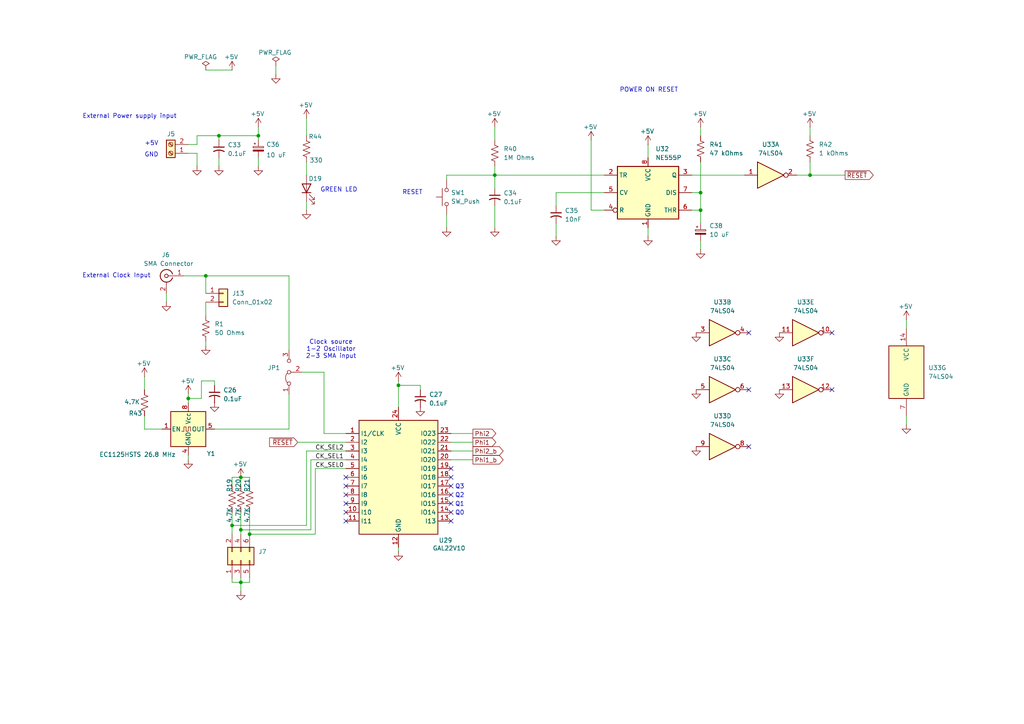
<source format=kicad_sch>
(kicad_sch (version 20250114) (generator "eeschema") (generator_version "9.0")
  (paper "A4")
  (title_block (title "MyCPU") (date "2025-06-23") (company "Sylvain Fortin"))
  (lib_symbols
    (symbol "74xx:74LS04"
      (property "Reference" "U" (at 0 1.27 0))
      (property "Value" "74LS04" (at 0 -1.27 0))
      (symbol "74LS04_1_0"
        (polyline (pts (xy -3.81 3.81) (xy -3.81 -3.81) (xy 3.81 0) (xy -3.81 3.81)) (stroke (width 0.254)) (fill (type background)))
        (pin input line (at -7.62 0 0) (length 3.81) (name "~") (number "1"))
        (pin output inverted (at 7.62 0 180) (length 3.81) (name "~") (number "2"))
      )
      (symbol "74LS04_2_0"
        (polyline (pts (xy -3.81 3.81) (xy -3.81 -3.81) (xy 3.81 0) (xy -3.81 3.81)) (stroke (width 0.254)) (fill (type background)))
        (pin input line (at -7.62 0 0) (length 3.81) (name "~") (number "3"))
        (pin output inverted (at 7.62 0 180) (length 3.81) (name "~") (number "4"))
      )
      (symbol "74LS04_3_0"
        (polyline (pts (xy -3.81 3.81) (xy -3.81 -3.81) (xy 3.81 0) (xy -3.81 3.81)) (stroke (width 0.254)) (fill (type background)))
        (pin input line (at -7.62 0 0) (length 3.81) (name "~") (number "5"))
        (pin output inverted (at 7.62 0 180) (length 3.81) (name "~") (number "6"))
      )
      (symbol "74LS04_4_0"
        (polyline (pts (xy -3.81 3.81) (xy -3.81 -3.81) (xy 3.81 0) (xy -3.81 3.81)) (stroke (width 0.254)) (fill (type background)))
        (pin input line (at -7.62 0 0) (length 3.81) (name "~") (number "9"))
        (pin output inverted (at 7.62 0 180) (length 3.81) (name "~") (number "8"))
      )
      (symbol "74LS04_5_0"
        (polyline (pts (xy -3.81 3.81) (xy -3.81 -3.81) (xy 3.81 0) (xy -3.81 3.81)) (stroke (width 0.254)) (fill (type background)))
        (pin input line (at -7.62 0 0) (length 3.81) (name "~") (number "11"))
        (pin output inverted (at 7.62 0 180) (length 3.81) (name "~") (number "10"))
      )
      (symbol "74LS04_6_0"
        (polyline (pts (xy -3.81 3.81) (xy -3.81 -3.81) (xy 3.81 0) (xy -3.81 3.81)) (stroke (width 0.254)) (fill (type background)))
        (pin input line (at -7.62 0 0) (length 3.81) (name "~") (number "13"))
        (pin output inverted (at 7.62 0 180) (length 3.81) (name "~") (number "12"))
      )
      (symbol "74LS04_7_0"
        (pin power_in line (at 0 12.7 270) (length 5.08) (name "VCC") (number "14"))
        (pin power_in line (at 0 -12.7 90) (length 5.08) (name "GND") (number "7"))
      )
      (symbol "74LS04_7_1"
        (rectangle (start -5.08 7.62) (end 5.08 -7.62) (stroke (width 0.254)) (fill (type background)))
      )
    )
    (symbol "Connector:Conn_Coaxial" (pin_names (offset 1.016) (hide yes))
      (property "Reference" "J" (at 0.254 3.048 0))
      (property "Value" "Conn_Coaxial" (at 2.921 0 90))
      (symbol "Conn_Coaxial_0_1"
        (polyline (pts (xy -2.54 0) (xy -0.508 0)))
        (arc (start 1.778 0) (mid 0.222 -1.8079) (end -1.778 -0.508) (stroke (width 0.254)))
        (arc (start -1.778 0.508) (mid 0.2221 1.8084) (end 1.778 0) (stroke (width 0.254)))
        (circle (center 0 0) (radius 0.508) (stroke (width 0.2032)))
        (polyline (pts (xy 0 -2.54) (xy 0 -1.778)))
      )
      (symbol "Conn_Coaxial_1_1"
        (pin passive line (at -5.08 0 0) (length 2.54) (name "In") (number "1"))
        (pin passive line (at 0 -5.08 90) (length 2.54) (name "Ext") (number "2"))
      )
    )
    (symbol "Connector:Screw_Terminal_01x02" (pin_names (offset 1.016) (hide yes))
      (property "Reference" "J" (at 0 2.54 0))
      (property "Value" "Screw_Terminal_01x02" (at 0 -5.08 0))
      (symbol "Screw_Terminal_01x02_1_1"
        (rectangle (start -1.27 1.27) (end 1.27 -3.81) (stroke (width 0.254)) (fill (type background)))
        (polyline (pts (xy -0.5334 0.3302) (xy 0.3302 -0.508)) (stroke (width 0.1524)))
        (polyline (pts (xy -0.5334 -2.2098) (xy 0.3302 -3.048)) (stroke (width 0.1524)))
        (polyline (pts (xy -0.3556 0.508) (xy 0.508 -0.3302)) (stroke (width 0.1524)))
        (polyline (pts (xy -0.3556 -2.032) (xy 0.508 -2.8702)) (stroke (width 0.1524)))
        (circle (center 0 0) (radius 0.635) (stroke (width 0.1524)))
        (circle (center 0 -2.54) (radius 0.635) (stroke (width 0.1524)))
        (pin passive line (at -5.08 0 0) (length 3.81) (name "Pin_1") (number "1"))
        (pin passive line (at -5.08 -2.54 0) (length 3.81) (name "Pin_2") (number "2"))
      )
    )
    (symbol "Connector_Generic:Conn_01x02" (pin_names (offset 1.016) (hide yes))
      (property "Reference" "J" (at 0 2.54 0))
      (property "Value" "Conn_01x02" (at 0 -5.08 0))
      (symbol "Conn_01x02_1_1"
        (rectangle (start -1.27 1.27) (end 1.27 -3.81) (stroke (width 0.254)) (fill (type background)))
        (rectangle (start -1.27 0.127) (end 0 -0.127) (stroke (width 0.1524)))
        (rectangle (start -1.27 -2.413) (end 0 -2.667) (stroke (width 0.1524)))
        (pin passive line (at -5.08 0 0) (length 3.81) (name "Pin_1") (number "1"))
        (pin passive line (at -5.08 -2.54 0) (length 3.81) (name "Pin_2") (number "2"))
      )
    )
    (symbol "Connector_Generic:Conn_02x03_Odd_Even" (pin_names (offset 1.016) (hide yes))
      (property "Reference" "J" (at 1.27 5.08 0))
      (property "Value" "Conn_02x03_Odd_Even" (at 1.27 -5.08 0))
      (symbol "Conn_02x03_Odd_Even_1_1"
        (rectangle (start -1.27 3.81) (end 3.81 -3.81) (stroke (width 0.254)) (fill (type background)))
        (rectangle (start -1.27 2.667) (end 0 2.413) (stroke (width 0.1524)))
        (rectangle (start -1.27 0.127) (end 0 -0.127) (stroke (width 0.1524)))
        (rectangle (start -1.27 -2.413) (end 0 -2.667) (stroke (width 0.1524)))
        (rectangle (start 3.81 2.667) (end 2.54 2.413) (stroke (width 0.1524)))
        (rectangle (start 3.81 0.127) (end 2.54 -0.127) (stroke (width 0.1524)))
        (rectangle (start 3.81 -2.413) (end 2.54 -2.667) (stroke (width 0.1524)))
        (pin passive line (at -5.08 2.54 0) (length 3.81) (name "Pin_1") (number "1"))
        (pin passive line (at -5.08 0 0) (length 3.81) (name "Pin_3") (number "3"))
        (pin passive line (at -5.08 -2.54 0) (length 3.81) (name "Pin_5") (number "5"))
        (pin passive line (at 7.62 2.54 180) (length 3.81) (name "Pin_2") (number "2"))
        (pin passive line (at 7.62 0 180) (length 3.81) (name "Pin_4") (number "4"))
        (pin passive line (at 7.62 -2.54 180) (length 3.81) (name "Pin_6") (number "6"))
      )
    )
    (symbol "Device:C_Polarized_Small" (pin_numbers (hide yes)) (pin_names (offset 0.254) (hide yes))
      (property "Reference" "C" (at 0.254 1.778 0))
      (property "Value" "C_Polarized_Small" (at 0.254 -2.032 0))
      (symbol "C_Polarized_Small_0_1"
        (rectangle (start -1.524 0.6858) (end 1.524 0.3048))
        (rectangle (start -1.524 -0.3048) (end 1.524 -0.6858) (fill (type outline)))
        (polyline (pts (xy -1.27 1.524) (xy -0.762 1.524)))
        (polyline (pts (xy -1.016 1.27) (xy -1.016 1.778)))
      )
      (symbol "C_Polarized_Small_1_1"
        (pin passive line (at 0 2.54 270) (length 1.8542) (name "~") (number "1"))
        (pin passive line (at 0 -2.54 90) (length 1.8542) (name "~") (number "2"))
      )
    )
    (symbol "Device:C_Small_US" (pin_numbers (hide yes)) (pin_names (offset 0.254) (hide yes))
      (property "Reference" "C" (at 0.254 1.778 0))
      (property "Value" "C_Small_US" (at 0.254 -2.032 0))
      (symbol "C_Small_US_0_1"
        (polyline (pts (xy -1.524 0.508) (xy 1.524 0.508)) (stroke (width 0.3048)))
        (arc (start -1.524 -0.762) (mid 0 -0.3734) (end 1.524 -0.762) (stroke (width 0.3048)))
      )
      (symbol "C_Small_US_1_1"
        (pin passive line (at 0 2.54 270) (length 2.032) (name "~") (number "1"))
        (pin passive line (at 0 -2.54 90) (length 2.032) (name "~") (number "2"))
      )
    )
    (symbol "Device:LED" (pin_numbers (hide yes)) (pin_names (offset 1.016) (hide yes))
      (property "Reference" "D" (at 0 2.54 0))
      (property "Value" "LED" (at 0 -2.54 0))
      (symbol "LED_0_1"
        (polyline (pts (xy -3.048 -0.762) (xy -4.572 -2.286) (xy -3.81 -2.286) (xy -4.572 -2.286) (xy -4.572 -1.524)))
        (polyline (pts (xy -1.778 -0.762) (xy -3.302 -2.286) (xy -2.54 -2.286) (xy -3.302 -2.286) (xy -3.302 -1.524)))
        (polyline (pts (xy -1.27 0) (xy 1.27 0)))
        (polyline (pts (xy -1.27 -1.27) (xy -1.27 1.27)) (stroke (width 0.254)))
        (polyline (pts (xy 1.27 -1.27) (xy 1.27 1.27) (xy -1.27 0) (xy 1.27 -1.27)) (stroke (width 0.254)))
      )
      (symbol "LED_1_1"
        (pin passive line (at -3.81 0 0) (length 2.54) (name "K") (number "1"))
        (pin passive line (at 3.81 0 180) (length 2.54) (name "A") (number "2"))
      )
    )
    (symbol "Device:R_US" (pin_numbers (hide yes)) (pin_names (offset 0))
      (property "Reference" "R" (at 2.54 0 90))
      (property "Value" "R_US" (at -2.54 0 90))
      (symbol "R_US_0_1"
        (polyline (pts (xy 0 2.286) (xy 0 2.54)))
        (polyline (pts (xy 0 2.286) (xy 1.016 1.905) (xy 0 1.524) (xy -1.016 1.143) (xy 0 0.762)))
        (polyline (pts (xy 0 0.762) (xy 1.016 0.381) (xy 0 0) (xy -1.016 -0.381) (xy 0 -0.762)))
        (polyline (pts (xy 0 -0.762) (xy 1.016 -1.143) (xy 0 -1.524) (xy -1.016 -1.905) (xy 0 -2.286)))
        (polyline (pts (xy 0 -2.286) (xy 0 -2.54)))
      )
      (symbol "R_US_1_1"
        (pin passive line (at 0 3.81 270) (length 1.27) (name "~") (number "1"))
        (pin passive line (at 0 -3.81 90) (length 1.27) (name "~") (number "2"))
      )
    )
    (symbol "Jumper:Jumper_3_Bridged12" (pin_names (offset 0) (hide yes)) (in_bom no)
      (property "Reference" "JP" (at -2.54 -2.54 0))
      (property "Value" "Jumper_3_Bridged12" (at 0 2.794 0))
      (symbol "Jumper_3_Bridged12_0_0"
        (circle (center -3.302 0) (radius 0.508))
        (circle (center 0 0) (radius 0.508))
        (circle (center 3.302 0) (radius 0.508))
      )
      (symbol "Jumper_3_Bridged12_0_1"
        (arc (start -3.048 0.508) (mid -1.651 0.9912) (end -0.254 0.508))
        (polyline (pts (xy 0 -1.27) (xy 0 -0.508)))
      )
      (symbol "Jumper_3_Bridged12_1_1"
        (pin passive line (at -6.35 0 0) (length 2.54) (name "A") (number "1"))
        (pin passive line (at 0 -3.81 90) (length 2.54) (name "C") (number "2"))
        (pin passive line (at 6.35 0 180) (length 2.54) (name "B") (number "3"))
      )
    )
    (symbol "Logic_Programmable:PEEL22CV10AP"
      (property "Reference" "U" (at 0 0 0))
      (property "Value" "PEEL22CV10AP" (at 0 0 0))
      (symbol "PEEL22CV10AP_1_0"
        (pin power_in line (at 0 20.32 270) (length 3.81) (name "VCC") (number "24"))
        (pin power_in line (at 0 -20.32 90) (length 3.81) (name "GND") (number "12"))
      )
      (symbol "PEEL22CV10AP_1_1"
        (rectangle (start -11.43 16.51) (end 11.43 -16.51) (stroke (width 0.254)) (fill (type background)))
        (pin input line (at -15.24 12.7 0) (length 3.81) (name "I1/CLK") (number "1"))
        (pin input line (at -15.24 10.16 0) (length 3.81) (name "I2") (number "2"))
        (pin input line (at -15.24 7.62 0) (length 3.81) (name "I3") (number "3"))
        (pin input line (at -15.24 5.08 0) (length 3.81) (name "I4") (number "4"))
        (pin input line (at -15.24 2.54 0) (length 3.81) (name "I5") (number "5"))
        (pin input line (at -15.24 0 0) (length 3.81) (name "I6") (number "6"))
        (pin input line (at -15.24 -2.54 0) (length 3.81) (name "I7") (number "7"))
        (pin input line (at -15.24 -5.08 0) (length 3.81) (name "I8") (number "8"))
        (pin input line (at -15.24 -7.62 0) (length 3.81) (name "I9") (number "9"))
        (pin input line (at -15.24 -10.16 0) (length 3.81) (name "I10") (number "10"))
        (pin input line (at -15.24 -12.7 0) (length 3.81) (name "I11") (number "11"))
        (pin tri_state line (at 15.24 12.7 180) (length 3.81) (name "IO23") (number "23"))
        (pin tri_state line (at 15.24 10.16 180) (length 3.81) (name "IO22") (number "22"))
        (pin tri_state line (at 15.24 7.62 180) (length 3.81) (name "IO21") (number "21"))
        (pin tri_state line (at 15.24 5.08 180) (length 3.81) (name "IO20") (number "20"))
        (pin tri_state line (at 15.24 2.54 180) (length 3.81) (name "IO19") (number "19"))
        (pin tri_state line (at 15.24 0 180) (length 3.81) (name "IO18") (number "18"))
        (pin tri_state line (at 15.24 -2.54 180) (length 3.81) (name "IO17") (number "17"))
        (pin tri_state line (at 15.24 -5.08 180) (length 3.81) (name "IO16") (number "16"))
        (pin tri_state line (at 15.24 -7.62 180) (length 3.81) (name "IO15") (number "15"))
        (pin tri_state line (at 15.24 -10.16 180) (length 3.81) (name "IO14") (number "14"))
        (pin input line (at 15.24 -12.7 180) (length 3.81) (name "I13") (number "13"))
      )
    )
    (symbol "Oscillator:CXO_DIP8" (pin_names (offset 0.254))
      (property "Reference" "Y" (at -5.08 6.35 0))
      (property "Value" "CXO_DIP8" (at 1.27 -6.35 0))
      (symbol "CXO_DIP8_0_1"
        (rectangle (start -5.08 5.08) (end 5.08 -5.08) (stroke (width 0.254)) (fill (type background)))
        (polyline (pts (xy -1.905 -0.635) (xy -1.27 -0.635) (xy -1.27 0.635) (xy -0.635 0.635) (xy -0.635 -0.635) (xy 0 -0.635) (xy 0 0.635) (xy 0.635 0.635) (xy 0.635 -0.635)))
      )
      (symbol "CXO_DIP8_1_1"
        (pin input line (at -7.62 0 0) (length 2.54) (name "EN") (number "1"))
        (pin power_in line (at 0 7.62 270) (length 2.54) (name "Vcc") (number "8"))
        (pin power_in line (at 0 -7.62 90) (length 2.54) (name "GND") (number "4"))
        (pin output line (at 7.62 0 180) (length 2.54) (name "OUT") (number "5"))
      )
    )
    (symbol "Switch:SW_Push" (pin_numbers (hide yes)) (pin_names (offset 1.016) (hide yes))
      (property "Reference" "SW" (at 1.27 2.54 0))
      (property "Value" "SW_Push" (at 0 -1.524 0))
      (symbol "SW_Push_0_1"
        (circle (center -2.032 0) (radius 0.508))
        (polyline (pts (xy 0 1.27) (xy 0 3.048)))
        (circle (center 2.032 0) (radius 0.508))
        (polyline (pts (xy 2.54 1.27) (xy -2.54 1.27)))
        (pin passive line (at -5.08 0 0) (length 2.54) (name "1") (number "1"))
        (pin passive line (at 5.08 0 180) (length 2.54) (name "2") (number "2"))
      )
    )
    (symbol "Timer:NE555P"
      (property "Reference" "U" (at -10.16 8.89 0))
      (property "Value" "NE555P" (at 2.54 8.89 0))
      (symbol "NE555P_0_0"
        (pin power_in line (at 0 10.16 270) (length 2.54) (name "VCC") (number "8"))
        (pin power_in line (at 0 -10.16 90) (length 2.54) (name "GND") (number "1"))
      )
      (symbol "NE555P_0_1"
        (rectangle (start -8.89 -7.62) (end 8.89 7.62) (stroke (width 0.254)) (fill (type background)))
        (rectangle (start -8.89 -7.62) (end 8.89 7.62) (stroke (width 0.254)) (fill (type background)))
      )
      (symbol "NE555P_1_1"
        (pin input line (at -12.7 5.08 0) (length 3.81) (name "TR") (number "2"))
        (pin input line (at -12.7 0 0) (length 3.81) (name "CV") (number "5"))
        (pin input inverted (at -12.7 -5.08 0) (length 3.81) (name "R") (number "4"))
        (pin output line (at 12.7 5.08 180) (length 3.81) (name "Q") (number "3"))
        (pin input line (at 12.7 0 180) (length 3.81) (name "DIS") (number "7"))
        (pin input line (at 12.7 -5.08 180) (length 3.81) (name "THR") (number "6"))
      )
    )
    (symbol "power:+5V" (power) (pin_numbers (hide yes)) (pin_names (offset 0) (hide yes))
      (property "Value" "+5V" (at 0 3.556 0))
      (symbol "+5V_0_1"
        (polyline (pts (xy -0.762 1.27) (xy 0 2.54)))
        (polyline (pts (xy 0 2.54) (xy 0.762 1.27)))
        (polyline (pts (xy 0 0) (xy 0 2.54)))
      )
      (symbol "+5V_1_1"
        (pin power_in line (at 0 0 90) (length 0) (name "~") (number "1"))
      )
    )
    (symbol "power:GND" (power) (pin_numbers (hide yes)) (pin_names (offset 0) (hide yes))
      (property "Value" "GND" (at 0 -3.81 0))
      (symbol "GND_0_1"
        (polyline (pts (xy 0 0) (xy 0 -1.27) (xy 1.27 -1.27) (xy 0 -2.54) (xy -1.27 -1.27) (xy 0 -1.27)))
      )
      (symbol "GND_1_1"
        (pin power_in line (at 0 0 270) (length 0) (name "~") (number "1"))
      )
    )
    (symbol "power:PWR_FLAG" (power) (pin_numbers (hide yes)) (pin_names (offset 0) (hide yes))
      (property "Value" "PWR_FLAG" (at 0 3.81 0))
      (symbol "PWR_FLAG_0_0"
        (pin power_out line (at 0 0 90) (length 0) (name "~") (number "1"))
      )
      (symbol "PWR_FLAG_0_1"
        (polyline (pts (xy 0 0) (xy 0 1.27) (xy -1.016 1.905) (xy 0 2.54) (xy 1.016 1.905) (xy 0 1.27)))
      )
    )
  )
  (text "Q2" (at 133.35 143.764 0) (effects (font (size 1.27 1.27))))
  (text "RESET" (at 119.634 55.88 0) (effects (font (size 1.27 1.27))))
  (text "POWER ON RESET" (at 188.214 26.162 0) (effects (font (size 1.27 1.27))))
  (text "Q0" (at 133.35 148.844 0) (effects (font (size 1.27 1.27))))
  (text "GREEN LED" (at 98.298 55.118 0) (effects (font (size 1.27 1.27))))
  (text "Q3" (at 133.35 141.224 0) (effects (font (size 1.27 1.27))))
  (text "External Clock Input" (at 33.782 80.01 0) (effects (font (size 1.27 1.27))))
  (text "+5V" (at 43.942 41.656 0) (effects (font (size 1.27 1.27))))
  (text "GND" (at 43.942 44.958 0) (effects (font (size 1.27 1.27))))
  (text "Q1" (at 133.35 146.304 0) (effects (font (size 1.27 1.27))))
  (text "Clock source\n1-2 Oscillator\n2-3 SMA input" (at 96.012 101.346 0) (effects (font (size 1.27 1.27))))
  (text "External Power supply input" (at 37.592 33.782 0) (effects (font (size 1.27 1.27))))
  (junction (at 234.95 50.8))
  (junction (at 69.85 153.67))
  (junction (at 203.2 55.88))
  (junction (at 74.93 39.37))
  (junction (at 63.5 39.37))
  (junction (at 54.61 115.57))
  (junction (at 115.57 111.76))
  (junction (at 203.2 60.96))
  (junction (at 67.31 152.4))
  (junction (at 143.51 50.8))
  (junction (at 59.69 80.01))
  (junction (at 69.85 138.43))
  (junction (at 69.85 168.91))
  (junction (at 72.39 154.94))
  (no_connect (at 130.81 138.43))
  (no_connect (at 130.81 151.13))
  (no_connect (at 100.33 151.13))
  (no_connect (at 130.81 143.51))
  (no_connect (at 130.81 146.05))
  (no_connect (at 217.17 96.52))
  (no_connect (at 100.33 148.59))
  (no_connect (at 130.81 148.59))
  (no_connect (at 241.3 113.03))
  (no_connect (at 100.33 140.97))
  (no_connect (at 217.17 113.03))
  (no_connect (at 100.33 138.43))
  (no_connect (at 130.81 140.97))
  (no_connect (at 241.3 96.52))
  (no_connect (at 130.81 135.89))
  (no_connect (at 217.17 129.54))
  (no_connect (at 100.33 143.51))
  (no_connect (at 100.33 146.05))
  (wire (pts (xy 187.96 66.04) (xy 187.96 68.58)))
  (wire (pts (xy 200.66 55.88) (xy 203.2 55.88)))
  (wire (pts (xy 129.54 66.04) (xy 129.54 62.23)))
  (wire (pts (xy 187.96 41.91) (xy 187.96 45.72)))
  (wire (pts (xy 63.5 45.72) (xy 63.5 48.26)))
  (wire (pts (xy 48.26 85.09) (xy 48.26 87.63)))
  (wire (pts (xy 59.69 87.63) (xy 59.69 91.44)))
  (wire (pts (xy 231.14 50.8) (xy 234.95 50.8)))
  (wire (pts (xy 129.54 50.8) (xy 143.51 50.8)))
  (wire (pts (xy 83.82 80.01) (xy 83.82 101.6)))
  (wire (pts (xy 69.85 138.43) (xy 72.39 138.43)))
  (wire (pts (xy 88.9 39.37) (xy 88.9 34.29)))
  (wire (pts (xy 67.31 152.4) (xy 88.9 152.4)))
  (wire (pts (xy 67.31 138.43) (xy 67.31 140.97)))
  (wire (pts (xy 54.61 115.57) (xy 54.61 116.84)))
  (wire (pts (xy 72.39 154.94) (xy 91.44 154.94)))
  (wire (pts (xy 171.45 60.96) (xy 175.26 60.96)))
  (wire (pts (xy 69.85 167.64) (xy 69.85 168.91)))
  (wire (pts (xy 59.69 20.32) (xy 67.31 20.32)))
  (wire (pts (xy 115.57 110.49) (xy 115.57 111.76)))
  (wire (pts (xy 143.51 50.8) (xy 175.26 50.8)))
  (wire (pts (xy 72.39 138.43) (xy 72.39 140.97)))
  (wire (pts (xy 130.81 130.81) (xy 137.16 130.81)))
  (wire (pts (xy 62.23 124.46) (xy 83.82 124.46)))
  (wire (pts (xy 74.93 39.37) (xy 74.93 40.64)))
  (wire (pts (xy 200.66 50.8) (xy 215.9 50.8)))
  (wire (pts (xy 58.42 110.49) (xy 62.23 110.49)))
  (wire (pts (xy 80.01 19.05) (xy 80.01 21.59)))
  (wire (pts (xy 161.29 59.69) (xy 161.29 55.88)))
  (wire (pts (xy 67.31 168.91) (xy 69.85 168.91)))
  (wire (pts (xy 62.23 110.49) (xy 62.23 111.76)))
  (wire (pts (xy 74.93 36.83) (xy 74.93 39.37)))
  (wire (pts (xy 72.39 167.64) (xy 72.39 168.91)))
  (wire (pts (xy 83.82 114.3) (xy 83.82 124.46)))
  (wire (pts (xy 234.95 36.83) (xy 234.95 39.37)))
  (wire (pts (xy 90.17 133.35) (xy 90.17 153.67)))
  (wire (pts (xy 130.81 128.27) (xy 137.16 128.27)))
  (wire (pts (xy 90.17 133.35) (xy 100.33 133.35)))
  (wire (pts (xy 63.5 40.64) (xy 63.5 39.37)))
  (wire (pts (xy 262.89 120.65) (xy 262.89 123.19)))
  (wire (pts (xy 59.69 80.01) (xy 53.34 80.01)))
  (wire (pts (xy 234.95 50.8) (xy 245.11 50.8)))
  (wire (pts (xy 203.2 69.85) (xy 203.2 72.39)))
  (wire (pts (xy 203.2 60.96) (xy 203.2 64.77)))
  (wire (pts (xy 143.51 50.8) (xy 143.51 54.61)))
  (wire (pts (xy 203.2 55.88) (xy 203.2 60.96)))
  (wire (pts (xy 41.91 109.22) (xy 41.91 113.03)))
  (wire (pts (xy 129.54 52.07) (xy 129.54 50.8)))
  (wire (pts (xy 69.85 148.59) (xy 69.85 153.67)))
  (wire (pts (xy 234.95 46.99) (xy 234.95 50.8)))
  (wire (pts (xy 88.9 130.81) (xy 100.33 130.81)))
  (wire (pts (xy 121.92 111.76) (xy 121.92 113.03)))
  (wire (pts (xy 54.61 41.91) (xy 57.15 41.91)))
  (wire (pts (xy 93.98 107.95) (xy 93.98 125.73)))
  (wire (pts (xy 91.44 135.89) (xy 91.44 154.94)))
  (wire (pts (xy 88.9 46.99) (xy 88.9 50.8)))
  (wire (pts (xy 203.2 60.96) (xy 200.66 60.96)))
  (wire (pts (xy 88.9 130.81) (xy 88.9 152.4)))
  (wire (pts (xy 67.31 167.64) (xy 67.31 168.91)))
  (wire (pts (xy 69.85 138.43) (xy 69.85 140.97)))
  (wire (pts (xy 88.9 58.42) (xy 88.9 60.96)))
  (wire (pts (xy 41.91 120.65) (xy 41.91 124.46)))
  (wire (pts (xy 57.15 44.45) (xy 57.15 48.26)))
  (wire (pts (xy 58.42 115.57) (xy 58.42 110.49)))
  (wire (pts (xy 91.44 135.89) (xy 100.33 135.89)))
  (wire (pts (xy 83.82 80.01) (xy 59.69 80.01)))
  (wire (pts (xy 54.61 115.57) (xy 58.42 115.57)))
  (wire (pts (xy 143.51 48.26) (xy 143.51 50.8)))
  (wire (pts (xy 86.36 128.27) (xy 100.33 128.27)))
  (wire (pts (xy 93.98 125.73) (xy 100.33 125.73)))
  (wire (pts (xy 143.51 36.83) (xy 143.51 40.64)))
  (wire (pts (xy 161.29 55.88) (xy 175.26 55.88)))
  (wire (pts (xy 143.51 59.69) (xy 143.51 66.04)))
  (wire (pts (xy 115.57 158.75) (xy 115.57 160.02)))
  (wire (pts (xy 115.57 111.76) (xy 121.92 111.76)))
  (wire (pts (xy 54.61 132.08) (xy 54.61 133.35)))
  (wire (pts (xy 67.31 148.59) (xy 67.31 152.4)))
  (wire (pts (xy 171.45 40.64) (xy 171.45 60.96)))
  (wire (pts (xy 54.61 44.45) (xy 57.15 44.45)))
  (wire (pts (xy 59.69 99.06) (xy 59.69 100.33)))
  (wire (pts (xy 203.2 46.99) (xy 203.2 55.88)))
  (wire (pts (xy 130.81 125.73) (xy 137.16 125.73)))
  (wire (pts (xy 87.63 107.95) (xy 93.98 107.95)))
  (wire (pts (xy 59.69 80.01) (xy 59.69 85.09)))
  (wire (pts (xy 67.31 152.4) (xy 67.31 154.94)))
  (wire (pts (xy 115.57 111.76) (xy 115.57 118.11)))
  (wire (pts (xy 54.61 114.3) (xy 54.61 115.57)))
  (wire (pts (xy 69.85 138.43) (xy 67.31 138.43)))
  (wire (pts (xy 57.15 39.37) (xy 63.5 39.37)))
  (wire (pts (xy 72.39 148.59) (xy 72.39 154.94)))
  (wire (pts (xy 130.81 133.35) (xy 137.16 133.35)))
  (wire (pts (xy 69.85 153.67) (xy 69.85 154.94)))
  (wire (pts (xy 57.15 39.37) (xy 57.15 41.91)))
  (wire (pts (xy 72.39 168.91) (xy 69.85 168.91)))
  (wire (pts (xy 41.91 124.46) (xy 46.99 124.46)))
  (wire (pts (xy 69.85 153.67) (xy 90.17 153.67)))
  (wire (pts (xy 69.85 168.91) (xy 69.85 171.45)))
  (wire (pts (xy 262.89 92.71) (xy 262.89 95.25)))
  (wire (pts (xy 203.2 36.83) (xy 203.2 39.37)))
  (wire (pts (xy 161.29 64.77) (xy 161.29 68.58)))
  (wire (pts (xy 74.93 45.72) (xy 74.93 48.26)))
  (wire (pts (xy 63.5 39.37) (xy 74.93 39.37)))
  (label "CK_SEL1" (at 91.44 133.35 0))
  (label "CK_SEL0" (at 91.44 135.89 0))
  (label "CK_SEL2" (at 91.44 130.81 0))
  (global_label "~{RESET}" (shape output) (at 245.11 50.8 0) (property "Intersheetrefs" "${INTERSHEET_REFS}" (effects (hide yes))))
  (global_label "Phi1" (shape output) (at 137.16 128.27 0) (property "Intersheetrefs" "${INTERSHEET_REFS}" (effects (hide yes))))
  (global_label "Phi2_b" (shape output) (at 137.16 130.81 0) (property "Intersheetrefs" "${INTERSHEET_REFS}" (effects (hide yes))))
  (global_label "Phi2" (shape output) (at 137.16 125.73 0) (property "Intersheetrefs" "${INTERSHEET_REFS}" (effects (hide yes))))
  (global_label "~{RESET}" (shape input) (at 86.36 128.27 180) (property "Intersheetrefs" "${INTERSHEET_REFS}" (effects (hide yes))))
  (global_label "Phi1_b" (shape output) (at 137.16 133.35 0) (property "Intersheetrefs" "${INTERSHEET_REFS}" (effects (hide yes))))
  (symbol (lib_id "power:+5V") (at 115.57 110.49 0) (unit 1)
    (property "Reference" "#PWR0133" (effects (hide yes)))
    (property "Value" "+5V" (at 115.316 106.68 0))
    (property "Description" "Power symbol creates a global label with name \"+5V\"" (effects (hide yes)))
  )
  (symbol (lib_id "Device:C_Small_US") (at 143.51 57.15 0) (unit 1)
    (property "Reference" "C34" (at 146.05 56.0069 0) (effects (justify left)))
    (property "Value" "0.1uF" (at 146.05 58.5469 0) (effects (justify left)))
    (property "Footprint" "Capacitor_THT:C_Disc_D6.0mm_W2.5mm_P5.00mm" (effects (hide yes)))
    (property "Description" "capacitor, small US symbol" (effects (hide yes)))
  )
  (symbol (lib_id "power:GND") (at 226.06 113.03 0) (unit 1)
    (property "Reference" "#PWR0173" (effects (hide yes)))
    (property "Value" "GND" (effects (hide yes)))
    (property "Description" "Power symbol creates a global label with name \"GND\" , ground" (effects (hide yes)))
  )
  (symbol (lib_id "Device:C_Small_US") (at 161.29 62.23 0) (unit 1)
    (property "Reference" "C35" (at 163.83 61.0869 0) (effects (justify left)))
    (property "Value" "10nF" (at 163.83 63.6269 0) (effects (justify left)))
    (property "Footprint" "MyCPU_Footprint_Library:C_Disc_D6.5mm_W2.1mm_P6.50mm" (effects (hide yes)))
    (property "Description" "capacitor, small US symbol" (effects (hide yes)))
  )
  (symbol (lib_id "Device:R_US") (at 234.95 43.18 0) (unit 1)
    (property "Reference" "R42" (at 237.49 41.9099 0) (effects (justify left)))
    (property "Value" "1 kOhms" (at 237.49 44.4499 0) (effects (justify left)))
    (property "Footprint" "Resistor_THT:R_Axial_DIN0207_L6.3mm_D2.5mm_P2.54mm_Vertical" (effects (hide yes)))
    (property "Description" "Resistor, US symbol" (effects (hide yes)))
  )
  (symbol (lib_id "Device:C_Small_US") (at 62.23 114.3 0) (unit 1)
    (property "Reference" "C26" (at 64.77 113.1569 0) (effects (justify left)))
    (property "Value" "0.1uF" (at 64.77 115.6969 0) (effects (justify left)))
    (property "Footprint" "Capacitor_THT:C_Disc_D6.0mm_W2.5mm_P5.00mm" (effects (hide yes)))
    (property "Description" "capacitor, small US symbol" (effects (hide yes)))
  )
  (symbol (lib_id "power:GND") (at 143.51 66.04 0) (unit 1)
    (property "Reference" "#PWR0159" (effects (hide yes)))
    (property "Value" "GND" (effects (hide yes)))
    (property "Description" "Power symbol creates a global label with name \"GND\" , ground" (effects (hide yes)))
  )
  (symbol (lib_id "Connector_Generic:Conn_01x02") (at 64.77 85.09 0) (unit 1)
    (property "Reference" "J13" (at 67.31 85.0899 0) (effects (justify left)))
    (property "Value" "Conn_01x02" (at 67.31 87.6299 0) (effects (justify left)))
    (property "Footprint" "Connector_PinHeader_2.54mm:PinHeader_1x02_P2.54mm_Vertical" (effects (hide yes)))
    (property "Description" "Generic connector, single row, 01x02, script generated (kicad-library-utils/schlib/autogen/connector/)" (effects (hide yes)))
  )
  (symbol (lib_id "74xx:74LS04") (at 223.52 50.8 0) (unit 1)
    (property "Reference" "U33" (at 223.52 41.91 0))
    (property "Value" "74LS04" (at 223.52 44.45 0))
    (property "Footprint" "Package_DIP:DIP-14_W7.62mm_Socket_LongPads" (effects (hide yes)))
    (property "Datasheet" "http://www.ti.com/lit/gpn/sn74LS04" (effects (hide yes)))
    (property "Description" "Hex Inverter" (effects (hide yes)))
  )
  (symbol (lib_id "power:GND") (at 63.5 48.26 0) (unit 1)
    (property "Reference" "#PWR0168" (effects (hide yes)))
    (property "Value" "GND" (effects (hide yes)))
    (property "Description" "Power symbol creates a global label with name \"GND\" , ground" (effects (hide yes)))
  )
  (symbol (lib_id "74xx:74LS04") (at 233.68 96.52 0) (unit 5)
    (property "Reference" "U33" (at 233.68 87.63 0))
    (property "Value" "74LS04" (at 233.68 90.17 0))
    (property "Footprint" "Package_DIP:DIP-14_W7.62mm_Socket_LongPads" (effects (hide yes)))
    (property "Datasheet" "http://www.ti.com/lit/gpn/sn74LS04" (effects (hide yes)))
    (property "Description" "Hex Inverter" (effects (hide yes)))
  )
  (symbol (lib_id "power:+5V") (at 187.96 41.91 0) (unit 1)
    (property "Reference" "#PWR0156" (effects (hide yes)))
    (property "Value" "+5V" (at 187.706 38.1 0))
    (property "Description" "Power symbol creates a global label with name \"+5V\"" (effects (hide yes)))
  )
  (symbol (lib_id "Oscillator:CXO_DIP8") (at 54.61 124.46 0) (unit 1)
    (property "Reference" "Y1" (at 61.214 131.572 0))
    (property "Value" "EC1125HSTS 26.8 MHz" (at 39.878 131.826 0))
    (property "Footprint" "Oscillator:Oscillator_DIP-8" (effects (hide yes)))
    (property "Datasheet" "http://cdn-reichelt.de/documents/datenblatt/B400/OSZI.pdf" (effects (hide yes)))
    (property "Description" "Crystal Clock Oscillator, DIP8-style metal package" (effects (hide yes)))
  )
  (symbol (lib_id "power:GND") (at 88.9 60.96 0) (unit 1)
    (property "Reference" "#PWR0176" (effects (hide yes)))
    (property "Value" "GND" (effects (hide yes)))
    (property "Description" "Power symbol creates a global label with name \"GND\" , ground" (effects (hide yes)))
  )
  (symbol (lib_id "power:GND") (at 54.61 133.35 0) (unit 1)
    (property "Reference" "#PWR0128" (effects (hide yes)))
    (property "Value" "GND" (effects (hide yes)))
    (property "Description" "Power symbol creates a global label with name \"GND\" , ground" (effects (hide yes)))
  )
  (symbol (lib_id "power:GND") (at 115.57 160.02 0) (unit 1)
    (property "Reference" "#PWR0131" (effects (hide yes)))
    (property "Value" "GND" (effects (hide yes)))
    (property "Description" "Power symbol creates a global label with name \"GND\" , ground" (effects (hide yes)))
  )
  (symbol (lib_id "power:PWR_FLAG") (at 59.69 20.32 0) (unit 1)
    (property "Reference" "#FLG01" (effects (hide yes)))
    (property "Value" "PWR_FLAG" (at 58.166 16.51 0))
    (property "Description" "Special symbol for telling ERC where power comes from" (effects (hide yes)))
  )
  (symbol (lib_id "power:+5V") (at 67.31 20.32 0) (unit 1)
    (property "Reference" "#PWR0188" (effects (hide yes)))
    (property "Value" "+5V" (at 67.056 16.51 0))
    (property "Description" "Power symbol creates a global label with name \"+5V\"" (effects (hide yes)))
  )
  (symbol (lib_id "power:GND") (at 262.89 123.19 0) (unit 1)
    (property "Reference" "#PWR0164" (effects (hide yes)))
    (property "Value" "GND" (effects (hide yes)))
    (property "Description" "Power symbol creates a global label with name \"GND\" , ground" (effects (hide yes)))
  )
  (symbol (lib_id "Device:R_US") (at 88.9 43.18 0) (unit 1)
    (property "Reference" "R44" (at 91.44 39.624 0))
    (property "Value" "330" (at 91.694 46.482 0))
    (property "Footprint" "Resistor_THT:R_Axial_DIN0207_L6.3mm_D2.5mm_P2.54mm_Vertical" (effects (hide yes)))
    (property "Description" "Resistor, US symbol" (effects (hide yes)))
  )
  (symbol (lib_id "Connector:Conn_Coaxial") (at 48.26 80.01 0) (mirror y) (unit 1)
    (property "Reference" "J6" (at 49.276 73.914 0) (effects (justify left)))
    (property "Value" "SMA Connector" (at 56.134 76.454 0) (effects (justify left)))
    (property "Footprint" "MyCPU_Footprint_Library:GSG-SMA-73251-2120_drill_0.5mm" (effects (hide yes)))
    (property "Description" "coaxial connector (BNC, SMA, SMB, SMC, Cinch/RCA, LEMO, ...)" (effects (hide yes)))
  )
  (symbol (lib_id "Connector:Screw_Terminal_01x02") (at 49.53 44.45 180) (unit 1)
    (property "Reference" "J5" (at 50.8 38.862 0) (effects (justify left)))
    (property "Value" "Screw_Terminal_01x02" (effects (hide yes)))
    (property "Footprint" "TerminalBlock_CUI:TerminalBlock_CUI_TB007-508-02_1x02_P5.08mm_Horizontal" (effects (hide yes)))
    (property "Description" "Generic screw terminal, single row, 01x02, script generated (kicad-library-utils/schlib/autogen/connector/)" (effects (hide yes)))
  )
  (symbol (lib_id "power:GND") (at 74.93 48.26 0) (unit 1)
    (property "Reference" "#PWR0169" (effects (hide yes)))
    (property "Value" "GND" (effects (hide yes)))
    (property "Description" "Power symbol creates a global label with name \"GND\" , ground" (effects (hide yes)))
  )
  (symbol (lib_id "Device:R_US") (at 69.85 144.78 0) (unit 1)
    (property "Reference" "R20" (at 69.088 142.748 90) (effects (justify left)))
    (property "Value" "4.7K" (at 69.088 151.638 90) (effects (justify left)))
    (property "Footprint" "Resistor_THT:R_Axial_DIN0207_L6.3mm_D2.5mm_P2.54mm_Vertical" (effects (hide yes)))
    (property "Description" "Resistor, US symbol" (effects (hide yes)))
  )
  (symbol (lib_id "power:+5V") (at 41.91 109.22 0) (unit 1)
    (property "Reference" "#PWR0175" (effects (hide yes)))
    (property "Value" "+5V" (at 41.656 105.41 0))
    (property "Description" "Power symbol creates a global label with name \"+5V\"" (effects (hide yes)))
  )
  (symbol (lib_id "power:+5V") (at 203.2 36.83 0) (unit 1)
    (property "Reference" "#PWR0166" (effects (hide yes)))
    (property "Value" "+5V" (at 202.946 33.02 0))
    (property "Description" "Power symbol creates a global label with name \"+5V\"" (effects (hide yes)))
  )
  (symbol (lib_id "Timer:NE555P") (at 187.96 55.88 0) (unit 1)
    (property "Reference" "U32" (at 190.1033 43.18 0) (effects (justify left)))
    (property "Value" "NE555P" (at 190.1033 45.72 0) (effects (justify left)))
    (property "Footprint" "Package_DIP:DIP-8_W7.62mm_Socket_LongPads" (effects (hide yes)))
    (property "Datasheet" "http://www.ti.com/lit/ds/symlink/ne555.pdf" (effects (hide yes)))
    (property "Description" "Precision Timers, 555 compatible,  PDIP-8" (effects (hide yes)))
  )
  (symbol (lib_id "Device:R_US") (at 203.2 43.18 0) (unit 1)
    (property "Reference" "R41" (at 205.74 41.9099 0) (effects (justify left)))
    (property "Value" "47 kOhms" (at 205.74 44.4499 0) (effects (justify left)))
    (property "Footprint" "Resistor_THT:R_Axial_DIN0207_L6.3mm_D2.5mm_P2.54mm_Vertical" (effects (hide yes)))
    (property "Description" "Resistor, US symbol" (effects (hide yes)))
  )
  (symbol (lib_id "power:GND") (at 80.01 21.59 0) (unit 1)
    (property "Reference" "#PWR0189" (effects (hide yes)))
    (property "Value" "GND" (effects (hide yes)))
    (property "Description" "Power symbol creates a global label with name \"GND\" , ground" (effects (hide yes)))
  )
  (symbol (lib_id "Device:C_Polarized_Small") (at 74.93 43.18 0) (unit 1)
    (property "Reference" "C36" (at 77.216 41.91 0) (effects (justify left)))
    (property "Value" "10 uF" (at 77.216 44.958 0) (effects (justify left)))
    (property "Footprint" "Capacitor_THT:CP_Radial_D5.0mm_P2.50mm" (effects (hide yes)))
    (property "Description" "Polarized capacitor, small symbol" (effects (hide yes)))
  )
  (symbol (lib_id "Switch:SW_Push") (at 129.54 57.15 90) (unit 1)
    (property "Reference" "SW1" (at 130.81 55.8799 90) (effects (justify right)))
    (property "Value" "SW_Push" (at 130.81 58.4199 90) (effects (justify right)))
    (property "Footprint" "Button_Switch_THT:SW_PUSH-12mm" (effects (hide yes)))
    (property "Description" "Push button switch, generic, two pins" (effects (hide yes)))
  )
  (symbol (lib_id "power:GND") (at 203.2 72.39 0) (unit 1)
    (property "Reference" "#PWR0163" (effects (hide yes)))
    (property "Value" "GND" (effects (hide yes)))
    (property "Description" "Power symbol creates a global label with name \"GND\" , ground" (effects (hide yes)))
  )
  (symbol (lib_id "74xx:74LS04") (at 209.55 96.52 0) (unit 2)
    (property "Reference" "U33" (at 209.55 87.63 0))
    (property "Value" "74LS04" (at 209.55 90.17 0))
    (property "Footprint" "Package_DIP:DIP-14_W7.62mm_Socket_LongPads" (effects (hide yes)))
    (property "Datasheet" "http://www.ti.com/lit/gpn/sn74LS04" (effects (hide yes)))
    (property "Description" "Hex Inverter" (effects (hide yes)))
  )
  (symbol (lib_id "74xx:74LS04") (at 209.55 129.54 0) (unit 4)
    (property "Reference" "U33" (at 209.55 120.65 0))
    (property "Value" "74LS04" (at 209.55 123.19 0))
    (property "Footprint" "Package_DIP:DIP-14_W7.62mm_Socket_LongPads" (effects (hide yes)))
    (property "Datasheet" "http://www.ti.com/lit/gpn/sn74LS04" (effects (hide yes)))
    (property "Description" "Hex Inverter" (effects (hide yes)))
  )
  (symbol (lib_id "power:+5V") (at 74.93 36.83 0) (unit 1)
    (property "Reference" "#PWR096" (effects (hide yes)))
    (property "Value" "+5V" (at 74.676 33.02 0))
    (property "Description" "Power symbol creates a global label with name \"+5V\"" (effects (hide yes)))
  )
  (symbol (lib_id "power:+5V") (at 143.51 36.83 0) (unit 1)
    (property "Reference" "#PWR0160" (effects (hide yes)))
    (property "Value" "+5V" (at 143.256 33.02 0))
    (property "Description" "Power symbol creates a global label with name \"+5V\"" (effects (hide yes)))
  )
  (symbol (lib_id "power:+5V") (at 234.95 36.83 0) (unit 1)
    (property "Reference" "#PWR0167" (effects (hide yes)))
    (property "Value" "+5V" (at 234.696 33.02 0))
    (property "Description" "Power symbol creates a global label with name \"+5V\"" (effects (hide yes)))
  )
  (symbol (lib_id "Device:LED") (at 88.9 54.61 90) (unit 1)
    (property "Reference" "D19" (at 91.44 51.816 90))
    (property "Value" "LED" (effects (hide yes)))
    (property "Footprint" "LED_THT:LED_D5.0mm" (effects (hide yes)))
    (property "Description" "Light emitting diode" (effects (hide yes)))
    (property "Sim.Pins" "1=K 2=A" (effects (hide yes)))
  )
  (symbol (lib_id "Device:R_US") (at 41.91 116.84 0) (unit 1)
    (property "Reference" "R43" (at 37.338 119.888 0) (effects (justify left)))
    (property "Value" "4.7K" (at 36.068 116.586 0) (effects (justify left)))
    (property "Footprint" "Resistor_THT:R_Axial_DIN0207_L6.3mm_D2.5mm_P2.54mm_Vertical" (effects (hide yes)))
    (property "Description" "Resistor, US symbol" (effects (hide yes)))
  )
  (symbol (lib_id "Device:R_US") (at 67.31 144.78 0) (unit 1)
    (property "Reference" "R19" (at 66.548 142.748 90) (effects (justify left)))
    (property "Value" "4.7K" (at 66.548 151.638 90) (effects (justify left)))
    (property "Footprint" "Resistor_THT:R_Axial_DIN0207_L6.3mm_D2.5mm_P2.54mm_Vertical" (effects (hide yes)))
    (property "Description" "Resistor, US symbol" (effects (hide yes)))
  )
  (symbol (lib_id "Device:R_US") (at 59.69 95.25 0) (unit 1)
    (property "Reference" "R1" (at 62.23 93.9799 0) (effects (justify left)))
    (property "Value" "50 Ohms" (at 62.23 96.5199 0) (effects (justify left)))
    (property "Footprint" "Resistor_THT:R_Axial_DIN0207_L6.3mm_D2.5mm_P2.54mm_Vertical" (effects (hide yes)))
    (property "Description" "Resistor, US symbol" (effects (hide yes)))
  )
  (symbol (lib_id "power:GND") (at 201.93 96.52 0) (unit 1)
    (property "Reference" "#PWR0170" (effects (hide yes)))
    (property "Value" "GND" (effects (hide yes)))
    (property "Description" "Power symbol creates a global label with name \"GND\" , ground" (effects (hide yes)))
  )
  (symbol (lib_id "74xx:74LS04") (at 262.89 107.95 0) (unit 7)
    (property "Reference" "U33" (at 269.24 106.6799 0) (effects (justify left)))
    (property "Value" "74LS04" (at 269.24 109.2199 0) (effects (justify left)))
    (property "Footprint" "Package_DIP:DIP-14_W7.62mm_Socket_LongPads" (effects (hide yes)))
    (property "Datasheet" "http://www.ti.com/lit/gpn/sn74LS04" (effects (hide yes)))
    (property "Description" "Hex Inverter" (effects (hide yes)))
  )
  (symbol (lib_id "power:+5V") (at 69.85 138.43 0) (unit 1)
    (property "Reference" "#PWR0134" (effects (hide yes)))
    (property "Value" "+5V" (at 69.596 134.62 0))
    (property "Description" "Power symbol creates a global label with name \"+5V\"" (effects (hide yes)))
  )
  (symbol (lib_id "Device:C_Small_US") (at 63.5 43.18 0) (unit 1)
    (property "Reference" "C33" (at 66.04 42.0369 0) (effects (justify left)))
    (property "Value" "0.1uF" (at 66.04 44.5769 0) (effects (justify left)))
    (property "Footprint" "Capacitor_THT:C_Disc_D6.0mm_W2.5mm_P5.00mm" (effects (hide yes)))
    (property "Description" "capacitor, small US symbol" (effects (hide yes)))
  )
  (symbol (lib_id "power:GND") (at 69.85 171.45 0) (unit 1)
    (property "Reference" "#PWR0135" (effects (hide yes)))
    (property "Value" "GND" (effects (hide yes)))
    (property "Description" "Power symbol creates a global label with name \"GND\" , ground" (effects (hide yes)))
  )
  (symbol (lib_id "power:GND") (at 226.06 96.52 0) (unit 1)
    (property "Reference" "#PWR0172" (effects (hide yes)))
    (property "Value" "GND" (effects (hide yes)))
    (property "Description" "Power symbol creates a global label with name \"GND\" , ground" (effects (hide yes)))
  )
  (symbol (lib_id "power:GND") (at 201.93 129.54 0) (unit 1)
    (property "Reference" "#PWR0174" (effects (hide yes)))
    (property "Value" "GND" (effects (hide yes)))
    (property "Description" "Power symbol creates a global label with name \"GND\" , ground" (effects (hide yes)))
  )
  (symbol (lib_id "power:GND") (at 161.29 68.58 0) (unit 1)
    (property "Reference" "#PWR0162" (effects (hide yes)))
    (property "Value" "GND" (effects (hide yes)))
    (property "Description" "Power symbol creates a global label with name \"GND\" , ground" (effects (hide yes)))
  )
  (symbol (lib_id "power:GND") (at 62.23 116.84 0) (unit 1)
    (property "Reference" "#PWR0130" (effects (hide yes)))
    (property "Value" "GND" (effects (hide yes)))
    (property "Description" "Power symbol creates a global label with name \"GND\" , ground" (effects (hide yes)))
  )
  (symbol (lib_id "power:GND") (at 48.26 87.63 0) (unit 1)
    (property "Reference" "#PWR097" (effects (hide yes)))
    (property "Value" "GND" (effects (hide yes)))
    (property "Description" "Power symbol creates a global label with name \"GND\" , ground" (effects (hide yes)))
  )
  (symbol (lib_id "Jumper:Jumper_3_Bridged12") (at 83.82 107.95 90) (unit 1) (in_bom no)
    (property "Reference" "JP1" (at 81.28 106.6799 90) (effects (justify left)))
    (property "Value" "Jumper_3_Bridged12" (effects (hide yes)))
    (property "Footprint" "Connector_PinHeader_2.54mm:PinHeader_1x03_P2.54mm_Vertical" (effects (hide yes)))
    (property "Description" "Jumper, 3-pole, pins 1+2 closed/bridged" (effects (hide yes)))
  )
  (symbol (lib_id "power:GND") (at 121.92 118.11 0) (unit 1)
    (property "Reference" "#PWR0132" (effects (hide yes)))
    (property "Value" "GND" (effects (hide yes)))
    (property "Description" "Power symbol creates a global label with name \"GND\" , ground" (effects (hide yes)))
  )
  (symbol (lib_id "Device:C_Polarized_Small") (at 203.2 67.31 0) (unit 1)
    (property "Reference" "C38" (at 205.74 65.4938 0) (effects (justify left)))
    (property "Value" "10 uF" (at 205.74 68.0338 0) (effects (justify left)))
    (property "Footprint" "Capacitor_THT:CP_Radial_D5.0mm_P2.50mm" (effects (hide yes)))
    (property "Description" "Polarized capacitor, small symbol" (effects (hide yes)))
  )
  (symbol (lib_id "power:GND") (at 187.96 68.58 0) (unit 1)
    (property "Reference" "#PWR0157" (effects (hide yes)))
    (property "Value" "GND" (effects (hide yes)))
    (property "Description" "Power symbol creates a global label with name \"GND\" , ground" (effects (hide yes)))
  )
  (symbol (lib_id "power:+5V") (at 88.9 34.29 0) (unit 1)
    (property "Reference" "#PWR0177" (effects (hide yes)))
    (property "Value" "+5V" (at 88.646 30.48 0))
    (property "Description" "Power symbol creates a global label with name \"+5V\"" (effects (hide yes)))
  )
  (symbol (lib_id "power:+5V") (at 54.61 114.3 0) (unit 1)
    (property "Reference" "#PWR0129" (effects (hide yes)))
    (property "Value" "+5V" (at 54.356 110.49 0))
    (property "Description" "Power symbol creates a global label with name \"+5V\"" (effects (hide yes)))
  )
  (symbol (lib_id "power:+5V") (at 262.89 92.71 0) (unit 1)
    (property "Reference" "#PWR0165" (effects (hide yes)))
    (property "Value" "+5V" (at 262.636 88.9 0))
    (property "Description" "Power symbol creates a global label with name \"+5V\"" (effects (hide yes)))
  )
  (symbol (lib_id "74xx:74LS04") (at 209.55 113.03 0) (unit 3)
    (property "Reference" "U33" (at 209.55 104.14 0))
    (property "Value" "74LS04" (at 209.55 106.68 0))
    (property "Footprint" "Package_DIP:DIP-14_W7.62mm_Socket_LongPads" (effects (hide yes)))
    (property "Datasheet" "http://www.ti.com/lit/gpn/sn74LS04" (effects (hide yes)))
    (property "Description" "Hex Inverter" (effects (hide yes)))
  )
  (symbol (lib_id "Device:R_US") (at 72.39 144.78 0) (unit 1)
    (property "Reference" "R21" (at 71.628 142.748 90) (effects (justify left)))
    (property "Value" "4.7K" (at 71.628 151.638 90) (effects (justify left)))
    (property "Footprint" "Resistor_THT:R_Axial_DIN0207_L6.3mm_D2.5mm_P2.54mm_Vertical" (effects (hide yes)))
    (property "Description" "Resistor, US symbol" (effects (hide yes)))
  )
  (symbol (lib_id "Device:R_US") (at 143.51 44.45 0) (unit 1)
    (property "Reference" "R40" (at 146.05 43.1799 0) (effects (justify left)))
    (property "Value" "1M Ohms" (at 146.05 45.7199 0) (effects (justify left)))
    (property "Footprint" "Resistor_THT:R_Axial_DIN0207_L6.3mm_D2.5mm_P2.54mm_Vertical" (effects (hide yes)))
    (property "Description" "Resistor, US symbol" (effects (hide yes)))
  )
  (symbol (lib_id "power:GND") (at 57.15 48.26 0) (unit 1)
    (property "Reference" "#PWR095" (effects (hide yes)))
    (property "Value" "GND" (effects (hide yes)))
    (property "Description" "Power symbol creates a global label with name \"GND\" , ground" (effects (hide yes)))
  )
  (symbol (lib_id "power:GND") (at 201.93 113.03 0) (unit 1)
    (property "Reference" "#PWR0171" (effects (hide yes)))
    (property "Value" "GND" (effects (hide yes)))
    (property "Description" "Power symbol creates a global label with name \"GND\" , ground" (effects (hide yes)))
  )
  (symbol (lib_id "power:PWR_FLAG") (at 80.01 19.05 0) (unit 1)
    (property "Reference" "#FLG02" (effects (hide yes)))
    (property "Value" "PWR_FLAG" (at 79.756 15.24 0))
    (property "Description" "Special symbol for telling ERC where power comes from" (effects (hide yes)))
  )
  (symbol (lib_id "74xx:74LS04") (at 233.68 113.03 0) (unit 6)
    (property "Reference" "U33" (at 233.68 104.14 0))
    (property "Value" "74LS04" (at 233.68 106.68 0))
    (property "Footprint" "Package_DIP:DIP-14_W7.62mm_Socket_LongPads" (effects (hide yes)))
    (property "Datasheet" "http://www.ti.com/lit/gpn/sn74LS04" (effects (hide yes)))
    (property "Description" "Hex Inverter" (effects (hide yes)))
  )
  (symbol (lib_id "Device:C_Small_US") (at 121.92 115.57 0) (unit 1)
    (property "Reference" "C27" (at 124.46 114.4269 0) (effects (justify left)))
    (property "Value" "0.1uF" (at 124.46 116.9669 0) (effects (justify left)))
    (property "Footprint" "Capacitor_THT:C_Disc_D6.0mm_W2.5mm_P5.00mm" (effects (hide yes)))
    (property "Description" "capacitor, small US symbol" (effects (hide yes)))
  )
  (symbol (lib_id "power:GND") (at 59.69 100.33 0) (unit 1)
    (property "Reference" "#PWR098" (effects (hide yes)))
    (property "Value" "GND" (effects (hide yes)))
    (property "Description" "Power symbol creates a global label with name \"GND\" , ground" (effects (hide yes)))
  )
  (symbol (lib_id "power:+5V") (at 171.45 40.64 0) (unit 1)
    (property "Reference" "#PWR0161" (effects (hide yes)))
    (property "Value" "+5V" (at 171.196 36.83 0))
    (property "Description" "Power symbol creates a global label with name \"+5V\"" (effects (hide yes)))
  )
  (symbol (lib_id "Connector_Generic:Conn_02x03_Odd_Even") (at 69.85 162.56 90) (unit 1)
    (property "Reference" "J7" (at 74.93 160.0199 90) (effects (justify right)))
    (property "Value" "Conn_02x03_Odd_Even" (effects (hide yes)))
    (property "Footprint" "Connector_PinHeader_2.54mm:PinHeader_2x03_P2.54mm_Vertical" (effects (hide yes)))
    (property "Description" "Generic connector, double row, 02x03, odd/even pin numbering scheme (row 1 odd numbers, row 2 even numbers), script generated (kicad-library-utils/schlib/autogen/connector/)" (effects (hide yes)))
  )
  (symbol (lib_id "power:GND") (at 129.54 66.04 0) (unit 1)
    (property "Reference" "#PWR0158" (effects (hide yes)))
    (property "Value" "GND" (effects (hide yes)))
    (property "Description" "Power symbol creates a global label with name \"GND\" , ground" (effects (hide yes)))
  )
  (symbol (lib_id "Logic_Programmable:PEEL22CV10AP") (at 115.57 138.43 0) (unit 1)
    (property "Reference" "U29" (at 127.254 156.718 0) (effects (justify left)))
    (property "Value" "GAL22V10" (at 125.476 159.004 0) (effects (justify left)))
    (property "Footprint" "Package_DIP:DIP-24_W7.62mm_Socket_LongPads" (effects (hide yes)))
    (property "Datasheet" "https://www.alldatasheet.com/datasheet-pdf/pdf/149182/ANACHIP/PEEL22CV10AP-15L.html" (effects (hide yes)))
    (property "Description" "Not in Production, CMOS Programmable Electrically Erasable Logic Device, DIP-24" (effects (hide yes)))
  )
)
</source>
